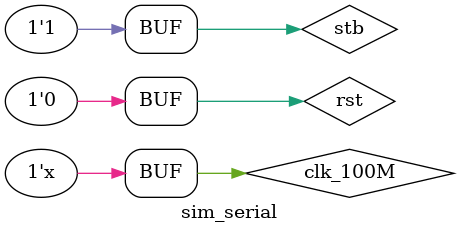
<source format=v>
`timescale 1ns/10ps

module sim_serial;

  // Registers and nets
  reg  clk_100M;
  reg  rst;
  reg  stb;
  wire clk_921600;
  wire trx_;
  wire rst2;
  wire ack;

  // Module instantiation
  clk_uart clk0 (
    .clk_100M   (clk_100M),
    .rst        (rst),
    .clk_921600 (clk_921600),
    .rst2       (rst2)
  );

  send_serial ser0 (
    .trx_     (trx_),
    .wb_clk_i (clk_921600),
    .wb_rst_i (rst2),
    .wb_dat_i (8'h4b),
    .wb_we_i  (1'b1),
    .wb_stb_i (stb),
    .wb_cyc_i (1'b1),
    .wb_ack_o (ack)
  );

  // Behaviour
  initial
    begin
           stb      <= 1'b1;
           clk_100M <= 1'b0;
           rst      <= 1'b1;
      #400 rst      <= 1'b0;
      #95490 stb    <= 1'b0;
      #40000 stb    <= 1'b1;
    end

  // clk_50M
  always #5 clk_100M <= !clk_100M;
endmodule

</source>
